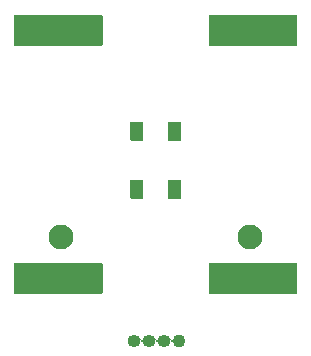
<source format=gbr>
G04 #@! TF.GenerationSoftware,KiCad,Pcbnew,(5.1.9)-1*
G04 #@! TF.CreationDate,2021-05-26T02:25:09+02:00*
G04 #@! TF.ProjectId,Omamori,4f6d616d-6f72-4692-9e6b-696361645f70,rev?*
G04 #@! TF.SameCoordinates,Original*
G04 #@! TF.FileFunction,Soldermask,Top*
G04 #@! TF.FilePolarity,Negative*
%FSLAX46Y46*%
G04 Gerber Fmt 4.6, Leading zero omitted, Abs format (unit mm)*
G04 Created by KiCad (PCBNEW (5.1.9)-1) date 2021-05-26 02:25:09*
%MOMM*%
%LPD*%
G01*
G04 APERTURE LIST*
%ADD10C,1.102000*%
%ADD11O,1.102000X1.102000*%
%ADD12C,2.102000*%
%ADD13C,0.100000*%
G04 APERTURE END LIST*
D10*
X27000000Y-45800000D03*
D11*
X25730000Y-45800000D03*
X24460000Y-45800000D03*
X23190000Y-45800000D03*
G36*
G01*
X13050000Y-18199000D02*
X20450000Y-18199000D01*
G75*
G02*
X20501000Y-18250000I0J-51000D01*
G01*
X20501000Y-20750000D01*
G75*
G02*
X20450000Y-20801000I-51000J0D01*
G01*
X13050000Y-20801000D01*
G75*
G02*
X12999000Y-20750000I0J51000D01*
G01*
X12999000Y-18250000D01*
G75*
G02*
X13050000Y-18199000I51000J0D01*
G01*
G37*
G36*
G01*
X13050000Y-39199000D02*
X20450000Y-39199000D01*
G75*
G02*
X20501000Y-39250000I0J-51000D01*
G01*
X20501000Y-41750000D01*
G75*
G02*
X20450000Y-41801000I-51000J0D01*
G01*
X13050000Y-41801000D01*
G75*
G02*
X12999000Y-41750000I0J51000D01*
G01*
X12999000Y-39250000D01*
G75*
G02*
X13050000Y-39199000I51000J0D01*
G01*
G37*
G36*
G01*
X29550000Y-18199000D02*
X36950000Y-18199000D01*
G75*
G02*
X37001000Y-18250000I0J-51000D01*
G01*
X37001000Y-20750000D01*
G75*
G02*
X36950000Y-20801000I-51000J0D01*
G01*
X29550000Y-20801000D01*
G75*
G02*
X29499000Y-20750000I0J51000D01*
G01*
X29499000Y-18250000D01*
G75*
G02*
X29550000Y-18199000I51000J0D01*
G01*
G37*
G36*
G01*
X29550000Y-39199000D02*
X36950000Y-39199000D01*
G75*
G02*
X37001000Y-39250000I0J-51000D01*
G01*
X37001000Y-41750000D01*
G75*
G02*
X36950000Y-41801000I-51000J0D01*
G01*
X29550000Y-41801000D01*
G75*
G02*
X29499000Y-41750000I0J51000D01*
G01*
X29499000Y-39250000D01*
G75*
G02*
X29550000Y-39199000I51000J0D01*
G01*
G37*
D12*
X17000000Y-37000000D03*
X33000000Y-37000000D03*
G36*
G01*
X27100000Y-28851000D02*
X26100000Y-28851000D01*
G75*
G02*
X26049000Y-28800000I0J51000D01*
G01*
X26049000Y-27300000D01*
G75*
G02*
X26100000Y-27249000I51000J0D01*
G01*
X27100000Y-27249000D01*
G75*
G02*
X27151000Y-27300000I0J-51000D01*
G01*
X27151000Y-28800000D01*
G75*
G02*
X27100000Y-28851000I-51000J0D01*
G01*
G37*
G36*
G01*
X23900000Y-28851000D02*
X22900000Y-28851000D01*
G75*
G02*
X22849000Y-28800000I0J51000D01*
G01*
X22849000Y-27300000D01*
G75*
G02*
X22900000Y-27249000I51000J0D01*
G01*
X23900000Y-27249000D01*
G75*
G02*
X23951000Y-27300000I0J-51000D01*
G01*
X23951000Y-28800000D01*
G75*
G02*
X23900000Y-28851000I-51000J0D01*
G01*
G37*
G36*
G01*
X27100000Y-33751000D02*
X26100000Y-33751000D01*
G75*
G02*
X26049000Y-33700000I0J51000D01*
G01*
X26049000Y-32200000D01*
G75*
G02*
X26100000Y-32149000I51000J0D01*
G01*
X27100000Y-32149000D01*
G75*
G02*
X27151000Y-32200000I0J-51000D01*
G01*
X27151000Y-33700000D01*
G75*
G02*
X27100000Y-33751000I-51000J0D01*
G01*
G37*
G36*
G01*
X23900000Y-33751000D02*
X22900000Y-33751000D01*
G75*
G02*
X22849000Y-33700000I0J51000D01*
G01*
X22849000Y-32200000D01*
G75*
G02*
X22900000Y-32149000I51000J0D01*
G01*
X23900000Y-32149000D01*
G75*
G02*
X23951000Y-32200000I0J-51000D01*
G01*
X23951000Y-33700000D01*
G75*
G02*
X23900000Y-33751000I-51000J0D01*
G01*
G37*
D13*
G36*
X26479287Y-45627256D02*
G01*
X26479437Y-45629077D01*
X26474650Y-45640635D01*
X26453653Y-45746192D01*
X26453653Y-45853808D01*
X26474650Y-45959365D01*
X26479437Y-45970923D01*
X26479176Y-45972906D01*
X26477328Y-45973671D01*
X26475825Y-45972631D01*
X26467262Y-45956609D01*
X26451967Y-45937972D01*
X26433330Y-45922677D01*
X26412066Y-45911312D01*
X26388991Y-45904312D01*
X26365000Y-45901949D01*
X26341009Y-45904312D01*
X26317934Y-45911312D01*
X26296670Y-45922677D01*
X26278033Y-45937972D01*
X26262738Y-45956609D01*
X26254175Y-45972631D01*
X26252476Y-45973687D01*
X26250713Y-45972744D01*
X26250563Y-45970923D01*
X26255350Y-45959365D01*
X26276347Y-45853808D01*
X26276347Y-45746192D01*
X26255350Y-45640635D01*
X26250563Y-45629077D01*
X26250824Y-45627094D01*
X26252672Y-45626329D01*
X26254175Y-45627369D01*
X26262738Y-45643391D01*
X26278033Y-45662028D01*
X26296670Y-45677323D01*
X26317934Y-45688688D01*
X26341009Y-45695688D01*
X26365000Y-45698051D01*
X26388991Y-45695688D01*
X26412066Y-45688688D01*
X26433330Y-45677323D01*
X26451967Y-45662028D01*
X26467262Y-45643391D01*
X26475825Y-45627369D01*
X26477524Y-45626313D01*
X26479287Y-45627256D01*
G37*
G36*
X25209287Y-45627256D02*
G01*
X25209437Y-45629077D01*
X25204650Y-45640635D01*
X25183653Y-45746192D01*
X25183653Y-45853808D01*
X25204650Y-45959365D01*
X25209437Y-45970923D01*
X25209176Y-45972906D01*
X25207328Y-45973671D01*
X25205825Y-45972631D01*
X25197262Y-45956609D01*
X25181967Y-45937972D01*
X25163330Y-45922677D01*
X25142066Y-45911312D01*
X25118991Y-45904312D01*
X25095000Y-45901949D01*
X25071009Y-45904312D01*
X25047934Y-45911312D01*
X25026670Y-45922677D01*
X25008033Y-45937972D01*
X24992738Y-45956609D01*
X24984175Y-45972631D01*
X24982476Y-45973687D01*
X24980713Y-45972744D01*
X24980563Y-45970923D01*
X24985350Y-45959365D01*
X25006347Y-45853808D01*
X25006347Y-45746192D01*
X24985350Y-45640635D01*
X24980563Y-45629077D01*
X24980824Y-45627094D01*
X24982672Y-45626329D01*
X24984175Y-45627369D01*
X24992738Y-45643391D01*
X25008033Y-45662028D01*
X25026670Y-45677323D01*
X25047934Y-45688688D01*
X25071009Y-45695688D01*
X25095000Y-45698051D01*
X25118991Y-45695688D01*
X25142066Y-45688688D01*
X25163330Y-45677323D01*
X25181967Y-45662028D01*
X25197262Y-45643391D01*
X25205825Y-45627369D01*
X25207524Y-45626313D01*
X25209287Y-45627256D01*
G37*
G36*
X23939287Y-45627256D02*
G01*
X23939437Y-45629077D01*
X23934650Y-45640635D01*
X23913653Y-45746192D01*
X23913653Y-45853808D01*
X23934650Y-45959365D01*
X23939437Y-45970923D01*
X23939176Y-45972906D01*
X23937328Y-45973671D01*
X23935825Y-45972631D01*
X23927262Y-45956609D01*
X23911967Y-45937972D01*
X23893330Y-45922677D01*
X23872066Y-45911312D01*
X23848991Y-45904312D01*
X23825000Y-45901949D01*
X23801009Y-45904312D01*
X23777934Y-45911312D01*
X23756670Y-45922677D01*
X23738033Y-45937972D01*
X23722738Y-45956609D01*
X23714175Y-45972631D01*
X23712476Y-45973687D01*
X23710713Y-45972744D01*
X23710563Y-45970923D01*
X23715350Y-45959365D01*
X23736347Y-45853808D01*
X23736347Y-45746192D01*
X23715350Y-45640635D01*
X23710563Y-45629077D01*
X23710824Y-45627094D01*
X23712672Y-45626329D01*
X23714175Y-45627369D01*
X23722738Y-45643391D01*
X23738033Y-45662028D01*
X23756670Y-45677323D01*
X23777934Y-45688688D01*
X23801009Y-45695688D01*
X23825000Y-45698051D01*
X23848991Y-45695688D01*
X23872066Y-45688688D01*
X23893330Y-45677323D01*
X23911967Y-45662028D01*
X23927262Y-45643391D01*
X23935825Y-45627369D01*
X23937524Y-45626313D01*
X23939287Y-45627256D01*
G37*
M02*

</source>
